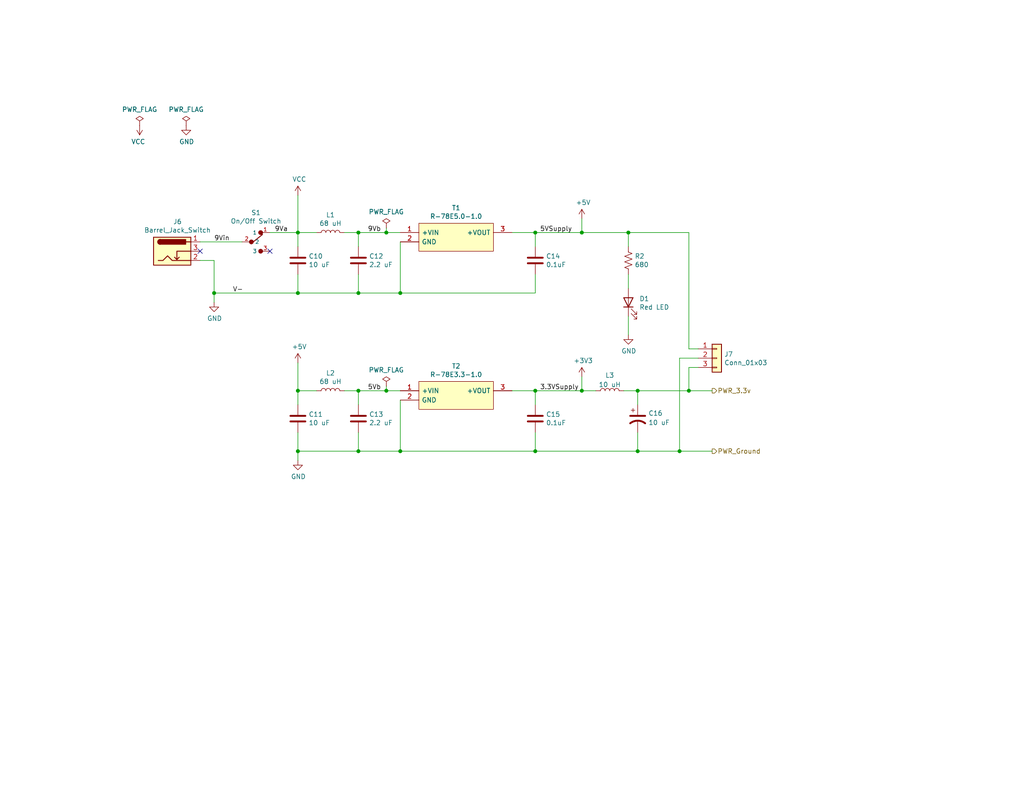
<source format=kicad_sch>
(kicad_sch (version 20211123) (generator eeschema)
  (paper "A")
  (title_block (title "AVR Prototype Board"))
  (lib_symbols
    (symbol "AVR-Prototype-rescue:+3.3V-power" (power) (pin_names (offset 0))
      (property "Value" "+3.3V-power" (at 0 3.556 0))
      (symbol "+3.3V-power_0_1"
        (polyline (pts (xy -0.762 1.27) (xy 0 2.54)))
        (polyline (pts (xy 0 0) (xy 0 2.54)))
        (polyline (pts (xy 0 2.54) (xy 0.762 1.27)))
      )
      (symbol "+3.3V-power_1_1"
        (pin power_in line (at 0 0 90) (length 0) hide (name "+3V3") (number "1"))
      )
    )
    (symbol "AVR-Prototype-rescue:1101M2S3CQE2-BRG_Symbols" (pin_names (offset 1.016))
      (property "Reference" "S" (at 2.54 5.08 0))
      (property "Value" "1101M2S3CQE2-BRG_Symbols" (at 2.54 -5.08 0))
      (symbol "1101M2S3CQE2-BRG_Symbols_0_0"
        (circle (center 0 -0.254) (radius 0.254) (stroke (width 0.254)))
        (polyline (pts (xy 0.508 0) (xy 3.048 2.032)) (stroke (width 0.254)))
        (circle (center 0 0) (radius 0.254) (stroke (width 0.254)))
        (circle (center 0 0) (radius 0.3556) (stroke (width 0.254)))
        (circle (center 0 0) (radius 0.508) (stroke (width 0.254)))
        (circle (center 2.286 2.54) (radius 0.254) (stroke (width 0.254)))
        (circle (center 2.54 -2.794) (radius 0.254) (stroke (width 0.254)))
        (circle (center 2.54 -2.54) (radius 0.254) (stroke (width 0.254)))
        (circle (center 2.54 -2.54) (radius 0.508) (stroke (width 0.254)))
        (circle (center 2.54 2.54) (radius 0.254) (stroke (width 0.254)))
        (circle (center 2.54 2.54) (radius 0.3556) (stroke (width 0.254)))
        (circle (center 2.54 2.54) (radius 0.3556) (stroke (width 0.254)))
        (circle (center 2.54 2.54) (radius 0.508) (stroke (width 0.254)))
        (pin passive line (at 5.08 2.54 180) (length 2.54) (name "1") (number "1"))
        (pin passive line (at -2.54 0 0) (length 2.54) (name "2") (number "2"))
        (pin passive line (at 5.08 -2.54 180) (length 2.54) (name "3") (number "3"))
      )
    )
    (symbol "AVR-Prototype-rescue:R-78E3.3-1.0-BRG_Symbols" (pin_names (offset 0.762))
      (property "Reference" "T" (at 26.67 7.62 0))
      (property "Value" "R-78E3.3-1.0-BRG_Symbols" (at 26.67 5.08 0))
      (symbol "R-78E3.3-1.0-BRG_Symbols_0_0"
        (pin power_in line (at 0 0 0) (length 5.08) (name "+VIN") (number "1"))
        (pin power_in line (at 0 -2.54 0) (length 5.08) (name "GND") (number "2"))
        (pin power_out line (at 30.48 0 180) (length 5.08) (name "+VOUT") (number "3"))
      )
      (symbol "R-78E3.3-1.0-BRG_Symbols_0_1"
        (polyline (pts (xy 5.08 2.54) (xy 25.4 2.54) (xy 25.4 -5.08) (xy 5.08 -5.08) (xy 5.08 2.54)) (stroke (width 0.1524)) (fill (type background)))
      )
    )
    (symbol "AVR-Prototype-rescue:R-78E5.0-1.0-BRG_Symbols" (pin_names (offset 0.762))
      (property "Reference" "T" (at 26.67 7.62 0))
      (property "Value" "R-78E5.0-1.0-BRG_Symbols" (at 26.67 5.08 0))
      (symbol "R-78E5.0-1.0-BRG_Symbols_0_0"
        (pin power_in line (at 0 0 0) (length 5.08) (name "+VIN") (number "1"))
        (pin power_in line (at 0 -2.54 0) (length 5.08) (name "GND") (number "2"))
        (pin power_out line (at 30.48 0 180) (length 5.08) (name "+VOUT") (number "3"))
      )
      (symbol "R-78E5.0-1.0-BRG_Symbols_0_1"
        (polyline (pts (xy 5.08 2.54) (xy 25.4 2.54) (xy 25.4 -5.08) (xy 5.08 -5.08) (xy 5.08 2.54)) (stroke (width 0.1524)) (fill (type background)))
      )
    )
    (symbol "Connector:Barrel_Jack_Switch" (pin_names hide)
      (property "Reference" "J" (at 0 5.334 0))
      (property "Value" "Barrel_Jack_Switch" (at 0 -5.08 0))
      (symbol "Barrel_Jack_Switch_0_1"
        (rectangle (start -5.08 3.81) (end 5.08 -3.81) (stroke (width 0.254)) (fill (type background)))
        (arc (start -3.302 3.175) (mid -3.937 2.54) (end -3.302 1.905) (stroke (width 0.254)))
        (arc (start -3.302 3.175) (mid -3.937 2.54) (end -3.302 1.905) (stroke (width 0.254)) (fill (type outline)))
        (polyline (pts (xy 1.27 -2.286) (xy 1.905 -1.651)) (stroke (width 0.254)))
        (polyline (pts (xy 5.08 2.54) (xy 3.81 2.54)) (stroke (width 0.254)))
        (polyline (pts (xy 5.08 0) (xy 1.27 0) (xy 1.27 -2.286) (xy 0.635 -1.651)) (stroke (width 0.254)))
        (polyline (pts (xy -3.81 -2.54) (xy -2.54 -2.54) (xy -1.27 -1.27) (xy 0 -2.54) (xy 2.54 -2.54) (xy 5.08 -2.54)) (stroke (width 0.254)))
        (rectangle (start 3.683 3.175) (end -3.302 1.905) (stroke (width 0.254)) (fill (type outline)))
      )
      (symbol "Barrel_Jack_Switch_1_1"
        (pin passive line (at 7.62 2.54 180) (length 2.54) (name "~") (number "1"))
        (pin passive line (at 7.62 -2.54 180) (length 2.54) (name "~") (number "2"))
        (pin passive line (at 7.62 0 180) (length 2.54) (name "~") (number "3"))
      )
    )
    (symbol "Connector_Generic:Conn_01x03" (pin_names (offset 1.016) hide)
      (property "Reference" "J" (at 0 5.08 0))
      (property "Value" "Conn_01x03" (at 0 -5.08 0))
      (symbol "Conn_01x03_1_1"
        (rectangle (start -1.27 -2.413) (end 0 -2.667) (stroke (width 0.1524)))
        (rectangle (start -1.27 0.127) (end 0 -0.127) (stroke (width 0.1524)))
        (rectangle (start -1.27 2.667) (end 0 2.413) (stroke (width 0.1524)))
        (rectangle (start -1.27 3.81) (end 1.27 -3.81) (stroke (width 0.254)) (fill (type background)))
        (pin passive line (at -5.08 2.54 0) (length 3.81) (name "Pin_1") (number "1"))
        (pin passive line (at -5.08 0 0) (length 3.81) (name "Pin_2") (number "2"))
        (pin passive line (at -5.08 -2.54 0) (length 3.81) (name "Pin_3") (number "3"))
      )
    )
    (symbol "Device:C" (pin_numbers hide) (pin_names (offset 0.254))
      (property "Reference" "C" (at 0.635 2.54 0))
      (property "Value" "C" (at 0.635 -2.54 0))
      (symbol "C_0_1"
        (polyline (pts (xy -2.032 -0.762) (xy 2.032 -0.762)) (stroke (width 0.508)))
        (polyline (pts (xy -2.032 0.762) (xy 2.032 0.762)) (stroke (width 0.508)))
      )
      (symbol "C_1_1"
        (pin passive line (at 0 3.81 270) (length 2.794) (name "~") (number "1"))
        (pin passive line (at 0 -3.81 90) (length 2.794) (name "~") (number "2"))
      )
    )
    (symbol "Device:C_Polarized_US" (pin_numbers hide) (pin_names (offset 0.254) hide)
      (property "Reference" "C" (at 0.635 2.54 0))
      (property "Value" "C_Polarized_US" (at 0.635 -2.54 0))
      (symbol "C_Polarized_US_0_1"
        (polyline (pts (xy -2.032 0.762) (xy 2.032 0.762)) (stroke (width 0.508)))
        (polyline (pts (xy -1.778 2.286) (xy -0.762 2.286)))
        (polyline (pts (xy -1.27 1.778) (xy -1.27 2.794)))
        (arc (start 2.032 -1.27) (mid 0 -0.5572) (end -2.032 -1.27) (stroke (width 0.508)))
      )
      (symbol "C_Polarized_US_1_1"
        (pin passive line (at 0 3.81 270) (length 2.794) (name "~") (number "1"))
        (pin passive line (at 0 -3.81 90) (length 3.302) (name "~") (number "2"))
      )
    )
    (symbol "Device:L" (pin_numbers hide) (pin_names (offset 1.016) hide)
      (property "Reference" "L" (at -1.27 0 90))
      (property "Value" "L" (at 1.905 0 90))
      (symbol "L_0_1"
        (arc (start 0 -2.54) (mid 0.635 -1.905) (end 0 -1.27))
        (arc (start 0 -1.27) (mid 0.635 -0.635) (end 0 0))
        (arc (start 0 0) (mid 0.635 0.635) (end 0 1.27))
        (arc (start 0 1.27) (mid 0.635 1.905) (end 0 2.54))
      )
      (symbol "L_1_1"
        (pin passive line (at 0 3.81 270) (length 1.27) (name "1") (number "1"))
        (pin passive line (at 0 -3.81 90) (length 1.27) (name "2") (number "2"))
      )
    )
    (symbol "Device:LED" (pin_numbers hide) (pin_names (offset 1.016) hide)
      (property "Reference" "D" (at 0 2.54 0))
      (property "Value" "LED" (at 0 -2.54 0))
      (symbol "LED_0_1"
        (polyline (pts (xy -1.27 -1.27) (xy -1.27 1.27)) (stroke (width 0.254)))
        (polyline (pts (xy -1.27 0) (xy 1.27 0)))
        (polyline (pts (xy 1.27 -1.27) (xy 1.27 1.27) (xy -1.27 0) (xy 1.27 -1.27)) (stroke (width 0.254)))
        (polyline (pts (xy -3.048 -0.762) (xy -4.572 -2.286) (xy -3.81 -2.286) (xy -4.572 -2.286) (xy -4.572 -1.524)))
        (polyline (pts (xy -1.778 -0.762) (xy -3.302 -2.286) (xy -2.54 -2.286) (xy -3.302 -2.286) (xy -3.302 -1.524)))
      )
      (symbol "LED_1_1"
        (pin passive line (at -3.81 0 0) (length 2.54) (name "K") (number "1"))
        (pin passive line (at 3.81 0 180) (length 2.54) (name "A") (number "2"))
      )
    )
    (symbol "Device:R_US" (pin_numbers hide) (pin_names (offset 0))
      (property "Reference" "R" (at 2.54 0 90))
      (property "Value" "R_US" (at -2.54 0 90))
      (symbol "R_US_0_1"
        (polyline (pts (xy 0 -2.286) (xy 0 -2.54)))
        (polyline (pts (xy 0 2.286) (xy 0 2.54)))
        (polyline (pts (xy 0 -0.762) (xy 1.016 -1.143) (xy 0 -1.524) (xy -1.016 -1.905) (xy 0 -2.286)))
        (polyline (pts (xy 0 0.762) (xy 1.016 0.381) (xy 0 0) (xy -1.016 -0.381) (xy 0 -0.762)))
        (polyline (pts (xy 0 2.286) (xy 1.016 1.905) (xy 0 1.524) (xy -1.016 1.143) (xy 0 0.762)))
      )
      (symbol "R_US_1_1"
        (pin passive line (at 0 3.81 270) (length 1.27) (name "~") (number "1"))
        (pin passive line (at 0 -3.81 90) (length 1.27) (name "~") (number "2"))
      )
    )
    (symbol "power:+5V" (power) (pin_names (offset 0))
      (property "Value" "+5V" (at 0 3.556 0))
      (symbol "+5V_0_1"
        (polyline (pts (xy -0.762 1.27) (xy 0 2.54)))
        (polyline (pts (xy 0 0) (xy 0 2.54)))
        (polyline (pts (xy 0 2.54) (xy 0.762 1.27)))
      )
      (symbol "+5V_1_1"
        (pin power_in line (at 0 0 90) (length 0) hide (name "+5V") (number "1"))
      )
    )
    (symbol "power:GND" (power) (pin_names (offset 0))
      (property "Value" "GND" (at 0 -3.81 0))
      (symbol "GND_0_1"
        (polyline (pts (xy 0 0) (xy 0 -1.27) (xy 1.27 -1.27) (xy 0 -2.54) (xy -1.27 -1.27) (xy 0 -1.27)))
      )
      (symbol "GND_1_1"
        (pin power_in line (at 0 0 270) (length 0) hide (name "GND") (number "1"))
      )
    )
    (symbol "power:PWR_FLAG" (power) (pin_numbers hide) (pin_names (offset 0) hide)
      (property "Value" "PWR_FLAG" (at 0 3.81 0))
      (symbol "PWR_FLAG_0_0"
        (pin power_out line (at 0 0 90) (length 0) (name "pwr") (number "1"))
      )
      (symbol "PWR_FLAG_0_1"
        (polyline (pts (xy 0 0) (xy 0 1.27) (xy -1.016 1.905) (xy 0 2.54) (xy 1.016 1.905) (xy 0 1.27)))
      )
    )
    (symbol "power:VCC" (power) (pin_names (offset 0))
      (property "Value" "VCC" (at 0 3.81 0))
      (symbol "VCC_0_1"
        (polyline (pts (xy -0.762 1.27) (xy 0 2.54)))
        (polyline (pts (xy 0 0) (xy 0 2.54)))
        (polyline (pts (xy 0 2.54) (xy 0.762 1.27)))
      )
      (symbol "VCC_1_1"
        (pin power_in line (at 0 0 90) (length 0) hide (name "VCC") (number "1"))
      )
    )
  )
  (junction (at 81.28 123.19))
  (junction (at 185.42 123.19))
  (junction (at 146.05 106.68))
  (junction (at 173.99 106.68))
  (junction (at 187.96 106.68))
  (junction (at 158.75 63.5))
  (junction (at 173.99 123.19))
  (junction (at 109.22 123.19))
  (junction (at 81.28 80.01))
  (junction (at 146.05 123.19))
  (junction (at 171.45 63.5))
  (junction (at 158.75 106.68))
  (junction (at 97.79 123.19))
  (junction (at 81.28 106.68))
  (junction (at 81.28 63.5))
  (junction (at 97.79 63.5))
  (junction (at 105.41 63.5))
  (junction (at 97.79 80.01))
  (junction (at 105.41 106.68))
  (junction (at 58.42 80.01))
  (junction (at 146.05 63.5))
  (junction (at 109.22 80.01))
  (junction (at 97.79 106.68))
  (no_connect (at 54.61 68.58))
  (no_connect (at 73.66 68.58))
  (wire (pts (xy 139.7 63.5) (xy 146.05 63.5)))
  (wire (pts (xy 58.42 71.12) (xy 58.42 80.01)))
  (wire (pts (xy 158.75 106.68) (xy 162.56 106.68)))
  (wire (pts (xy 97.79 110.49) (xy 97.79 106.68)))
  (wire (pts (xy 86.36 106.68) (xy 81.28 106.68)))
  (wire (pts (xy 146.05 118.11) (xy 146.05 123.19)))
  (wire (pts (xy 171.45 63.5) (xy 171.45 67.31)))
  (wire (pts (xy 146.05 123.19) (xy 173.99 123.19)))
  (wire (pts (xy 105.41 63.5) (xy 109.22 63.5)))
  (wire (pts (xy 185.42 97.79) (xy 190.5 97.79)))
  (wire (pts (xy 81.28 125.73) (xy 81.28 123.19)))
  (wire (pts (xy 171.45 74.93) (xy 171.45 78.74)))
  (wire (pts (xy 97.79 67.31) (xy 97.79 63.5)))
  (wire (pts (xy 58.42 80.01) (xy 58.42 82.55)))
  (wire (pts (xy 187.96 95.25) (xy 190.5 95.25)))
  (wire (pts (xy 81.28 106.68) (xy 81.28 110.49)))
  (wire (pts (xy 171.45 63.5) (xy 187.96 63.5)))
  (wire (pts (xy 146.05 63.5) (xy 146.05 67.31)))
  (wire (pts (xy 173.99 123.19) (xy 185.42 123.19)))
  (wire (pts (xy 81.28 74.93) (xy 81.28 80.01)))
  (wire (pts (xy 109.22 66.04) (xy 109.22 80.01)))
  (wire (pts (xy 93.98 106.68) (xy 97.79 106.68)))
  (wire (pts (xy 81.28 123.19) (xy 97.79 123.19)))
  (wire (pts (xy 146.05 106.68) (xy 146.05 110.49)))
  (wire (pts (xy 139.7 106.68) (xy 146.05 106.68)))
  (wire (pts (xy 97.79 80.01) (xy 81.28 80.01)))
  (wire (pts (xy 185.42 123.19) (xy 185.42 97.79)))
  (wire (pts (xy 97.79 80.01) (xy 109.22 80.01)))
  (wire (pts (xy 97.79 63.5) (xy 105.41 63.5)))
  (wire (pts (xy 97.79 123.19) (xy 109.22 123.19)))
  (wire (pts (xy 54.61 66.04) (xy 66.04 66.04)))
  (wire (pts (xy 54.61 71.12) (xy 58.42 71.12)))
  (wire (pts (xy 173.99 118.11) (xy 173.99 123.19)))
  (wire (pts (xy 97.79 74.93) (xy 97.79 80.01)))
  (wire (pts (xy 105.41 106.68) (xy 109.22 106.68)))
  (wire (pts (xy 187.96 63.5) (xy 187.96 95.25)))
  (wire (pts (xy 105.41 105.41) (xy 105.41 106.68)))
  (wire (pts (xy 187.96 106.68) (xy 187.96 100.33)))
  (wire (pts (xy 97.79 118.11) (xy 97.79 123.19)))
  (wire (pts (xy 73.66 63.5) (xy 81.28 63.5)))
  (wire (pts (xy 81.28 53.34) (xy 81.28 63.5)))
  (wire (pts (xy 187.96 100.33) (xy 190.5 100.33)))
  (wire (pts (xy 173.99 106.68) (xy 173.99 110.49)))
  (wire (pts (xy 187.96 106.68) (xy 194.31 106.68)))
  (wire (pts (xy 109.22 109.22) (xy 109.22 123.19)))
  (wire (pts (xy 109.22 80.01) (xy 146.05 80.01)))
  (wire (pts (xy 105.41 62.23) (xy 105.41 63.5)))
  (wire (pts (xy 81.28 118.11) (xy 81.28 123.19)))
  (wire (pts (xy 97.79 106.68) (xy 105.41 106.68)))
  (wire (pts (xy 146.05 74.93) (xy 146.05 80.01)))
  (wire (pts (xy 158.75 59.69) (xy 158.75 63.5)))
  (wire (pts (xy 93.98 63.5) (xy 97.79 63.5)))
  (wire (pts (xy 158.75 63.5) (xy 171.45 63.5)))
  (wire (pts (xy 81.28 99.06) (xy 81.28 106.68)))
  (wire (pts (xy 109.22 123.19) (xy 146.05 123.19)))
  (wire (pts (xy 173.99 106.68) (xy 187.96 106.68)))
  (wire (pts (xy 171.45 86.36) (xy 171.45 91.44)))
  (wire (pts (xy 185.42 123.19) (xy 194.31 123.19)))
  (wire (pts (xy 81.28 63.5) (xy 86.36 63.5)))
  (wire (pts (xy 170.18 106.68) (xy 173.99 106.68)))
  (wire (pts (xy 146.05 106.68) (xy 158.75 106.68)))
  (wire (pts (xy 158.75 106.68) (xy 158.75 102.87)))
  (wire (pts (xy 146.05 63.5) (xy 158.75 63.5)))
  (wire (pts (xy 81.28 80.01) (xy 58.42 80.01)))
  (wire (pts (xy 81.28 67.31) (xy 81.28 63.5)))
  (label "9Va" (at 74.93 63.5 0))
  (label "V-" (at 63.5 80.01 0))
  (label "5VSupply" (at 147.32 63.5 0))
  (label "9Vb" (at 100.33 63.5 0))
  (label "9Vin" (at 58.42 66.04 0))
  (label "5Vb" (at 100.33 106.68 0))
  (label "3.3VSupply" (at 147.32 106.68 0))
  (hierarchical_label "PWR_3.3v" (shape output) (at 194.31 106.68 0))
  (hierarchical_label "PWR_Ground" (shape output) (at 194.31 123.19 0))
  (symbol (lib_id "power:PWR_FLAG") (at 38.1 34.29 0) (unit 1)
    (property "Reference" "#FLG07" (effects hide))
    (property "Value" "PWR_FLAG" (at 38.1 29.8958 0))
  )
  (symbol (lib_id "power:PWR_FLAG") (at 50.8 34.29 0) (unit 1)
    (property "Reference" "#FLG08" (effects hide))
    (property "Value" "PWR_FLAG" (at 50.8 29.8958 0))
  )
  (symbol (lib_id "power:VCC") (at 38.1 34.29 180) (unit 1)
    (property "Reference" "#PWR010" (effects hide))
    (property "Value" "VCC" (at 37.719 38.6842 0))
  )
  (symbol (lib_id "power:GND") (at 50.8 34.29 0) (unit 1)
    (property "Reference" "#PWR011" (effects hide))
    (property "Value" "GND" (at 50.927 38.6842 0))
  )
  (symbol (lib_id "power:GND") (at 58.42 82.55 0) (unit 1)
    (property "Reference" "#PWR012" (effects hide))
    (property "Value" "GND" (at 58.547 86.9442 0))
  )
  (symbol (lib_id "power:VCC") (at 81.28 53.34 0) (unit 1)
    (property "Reference" "#PWR013" (effects hide))
    (property "Value" "VCC" (at 81.661 48.9458 0))
  )
  (symbol (lib_id "Device:C") (at 81.28 71.12 0) (unit 1)
    (property "Reference" "C10" (at 84.201 69.9516 0) (effects (justify left)))
    (property "Value" "10 uF" (at 84.201 72.263 0) (effects (justify left)))
    (property "Footprint" "Capacitor_THT:C_Rect_L13.5mm_W5.0mm_P10.00mm_FKS3_FKP3_MKS4" (effects hide))
    (property "Manufacturer_Part_Number" "KTD101B106M80A0B" (effects hide))
    (property "Mouser Part Number" "810-CGA9N3X7S2A106KS" (effects hide))
  )
  (symbol (lib_id "Device:C") (at 97.79 71.12 0) (unit 1)
    (property "Reference" "C12" (at 100.711 69.9516 0) (effects (justify left)))
    (property "Value" "2.2 uF" (at 100.711 72.263 0) (effects (justify left)))
    (property "Footprint" "Capacitor_SMD:C_0805_2012Metric_Pad1.18x1.45mm_HandSolder" (effects hide))
    (property "Manufacturer_Part_Number" "CGA4J1X8L1V225K125AC" (effects hide))
    (property "Mouser Part Number" "81-GRM21BD72A225KE01L" (effects hide))
  )
  (symbol (lib_id "AVR-Prototype-rescue:R-78E5.0-1.0-BRG_Symbols") (at 109.22 63.5 0) (unit 1)
    (property "Reference" "T1" (at 124.46 56.769 0))
    (property "Value" "R-78E5.0-1.0" (at 124.46 59.0804 0))
    (property "Footprint" "BRG_Footprints:R-78E5.0-1.0" (effects hide))
    (property "Datasheet" "http://www.recom-power.com/pdf/Innoline/R-78Exx-1.0.pdf" (effects hide))
    (property "Description" "Non-Isolated DC/DC Converters 8-28Vin 5V 1.0A THRU" (effects hide))
    (property "Manufacturer_Name" "RECOM Power" (effects hide))
    (property "Manufacturer_Part_Number" "R-78E5.0-1.0" (effects hide))
    (property "Mouser Part Number" "919-R-78E5.0-1.0" (effects hide))
    (property "Mouser Price/Stock" "https://www.mouser.com/Search/Refine.aspx?Keyword=919-R-78E5.0-1.0" (effects hide))
    (property "RS Part Number" "1446290P" (effects hide))
    (property "RS Price/Stock" "http://uk.rs-online.com/web/p/products/1446290P" (effects hide))
  )
  (symbol (lib_id "Device:C") (at 146.05 71.12 0) (unit 1)
    (property "Reference" "C14" (at 148.971 69.9516 0) (effects (justify left)))
    (property "Value" "0.1uF" (at 148.971 72.263 0) (effects (justify left)))
    (property "Footprint" "Capacitor_SMD:C_0805_2012Metric_Pad1.18x1.45mm_HandSolder" (effects hide))
    (property "Manufacturer_Part_Number" "C0805C104J5RAUTO" (effects hide))
    (property "Mouser Part Number" "80-C0805C104J5RAUTO" (effects hide))
  )
  (symbol (lib_id "power:+5V") (at 158.75 59.69 0) (unit 1)
    (property "Reference" "#PWR016" (effects hide))
    (property "Value" "+5V" (at 159.131 55.2958 0))
  )
  (symbol (lib_id "AVR-Prototype-rescue:1101M2S3CQE2-BRG_Symbols") (at 68.58 66.04 0) (unit 1)
    (property "Reference" "S1" (at 69.85 58.0644 0))
    (property "Value" "On/Off Switch" (at 69.85 60.3758 0))
    (property "Footprint" "BRG_Footprints:SW_1101M2S3CQE2" (effects hide))
    (property "MF" "C&K" (effects hide))
    (property "MP" "1101M2S3CQE2" (effects hide))
    (property "Description" "SPDT Slide Switch" (effects hide))
    (property "Package" "None" (effects hide))
    (property "Mouser Part Number" "611-1101M2S3CQE2" (effects hide))
    (property "Manufacturer_Part_Number" "1101M2S3CQE2" (effects hide))
  )
  (symbol (lib_id "Device:R_US") (at 171.45 71.12 0) (unit 1)
    (property "Reference" "R2" (at 173.1772 69.9516 0) (effects (justify left)))
    (property "Value" "680" (at 173.1772 72.263 0) (effects (justify left)))
    (property "Footprint" "Resistor_SMD:R_0805_2012Metric_Pad1.20x1.40mm_HandSolder" (effects hide))
    (property "Manufacturer_Part_Number" "RC0805FR-13680RL" (effects hide))
    (property "Mouser Part Number" "603-RC0805FR-13680RL" (effects hide))
  )
  (symbol (lib_id "Device:LED") (at 171.45 82.55 90) (unit 1)
    (property "Reference" "D1" (at 174.4472 81.5594 90) (effects (justify right)))
    (property "Value" "Red LED" (at 174.4472 83.8708 90) (effects (justify right)))
    (property "Footprint" "LED_THT:LED_D3.0mm" (effects hide))
    (property "Manufacturer_Part_Number" "TLHK46Q1R2" (effects hide))
    (property "Mouser Part Number" "78-TLHK46Q1R2" (effects hide))
  )
  (symbol (lib_id "power:GND") (at 171.45 91.44 0) (unit 1)
    (property "Reference" "#PWR018" (effects hide))
    (property "Value" "GND" (at 171.577 95.8342 0))
  )
  (symbol (lib_id "Device:C") (at 81.28 114.3 0) (unit 1)
    (property "Reference" "C11" (at 84.201 113.1316 0) (effects (justify left)))
    (property "Value" "10 uF" (at 84.201 115.443 0) (effects (justify left)))
    (property "Footprint" "Capacitor_THT:C_Rect_L13.5mm_W5.0mm_P10.00mm_FKS3_FKP3_MKS4" (effects hide))
    (property "Manufacturer_Part_Number" "KTD101B106M80A0B" (effects hide))
    (property "Mouser Part Number" "810-CGA9N3X7S2A106KS" (effects hide))
  )
  (symbol (lib_id "Device:C") (at 97.79 114.3 0) (unit 1)
    (property "Reference" "C13" (at 100.711 113.1316 0) (effects (justify left)))
    (property "Value" "2.2 uF" (at 100.711 115.443 0) (effects (justify left)))
    (property "Footprint" "Capacitor_SMD:C_0805_2012Metric_Pad1.18x1.45mm_HandSolder" (effects hide))
    (property "Manufacturer_Part_Number" "CGA4J1X8L1V225K125AC" (effects hide))
    (property "Mouser Part Number" "81-GRM21BD72A225KE01L" (effects hide))
  )
  (symbol (lib_id "Device:C") (at 146.05 114.3 0) (unit 1)
    (property "Reference" "C15" (at 148.971 113.1316 0) (effects (justify left)))
    (property "Value" "0.1uF" (at 148.971 115.443 0) (effects (justify left)))
    (property "Footprint" "Capacitor_SMD:C_0805_2012Metric_Pad1.18x1.45mm_HandSolder" (effects hide))
    (property "Manufacturer_Part_Number" "C0805C104J5RAUTO" (effects hide))
    (property "Mouser Part Number" "80-C0805C104J5RAUTO" (effects hide))
  )
  (symbol (lib_id "AVR-Prototype-rescue:+3.3V-power") (at 158.75 102.87 0) (unit 1)
    (property "Reference" "#PWR017" (effects hide))
    (property "Value" "+3.3V" (at 159.131 98.4758 0))
  )
  (symbol (lib_id "AVR-Prototype-rescue:R-78E3.3-1.0-BRG_Symbols") (at 109.22 106.68 0) (unit 1)
    (property "Reference" "T2" (at 124.46 99.949 0))
    (property "Value" "R-78E3.3-1.0" (at 124.46 102.2604 0))
    (property "Footprint" "BRG_Footprints:R-78E3.3-1.0" (effects hide))
    (property "Datasheet" "http://www.recom-power.com/pdf/Innoline/R-78Exx-1.0.pdf" (effects hide))
    (property "Description" "Non-Isolated DC/DC Converters 8-28Vin 3.3V 1.0A THRU" (effects hide))
    (property "Manufacturer_Name" "RECOM Power" (effects hide))
    (property "Manufacturer_Part_Number" "R-78E3.3-1.0" (effects hide))
    (property "Mouser Part Number" "919-R-78E3.3-1.0" (effects hide))
    (property "Mouser Price/Stock" "https://www.mouser.com/Search/Refine.aspx?Keyword=919-R-78E3.3-1.0" (effects hide))
  )
  (symbol (lib_id "power:+5V") (at 81.28 99.06 0) (unit 1)
    (property "Reference" "#PWR014" (effects hide))
    (property "Value" "+5V" (at 81.661 94.6658 0))
  )
  (symbol (lib_id "power:GND") (at 81.28 125.73 0) (unit 1)
    (property "Reference" "#PWR015" (effects hide))
    (property "Value" "GND" (at 81.407 130.1242 0))
  )
  (symbol (lib_id "Connector_Generic:Conn_01x03") (at 195.58 97.79 0) (unit 1)
    (property "Reference" "J7" (at 197.612 96.7232 0) (effects (justify left)))
    (property "Value" "Conn_01x03" (at 197.612 99.0346 0) (effects (justify left)))
    (property "Footprint" "Connector_PinHeader_2.54mm:PinHeader_1x03_P2.54mm_Vertical" (effects hide))
  )
  (symbol (lib_id "Connector:Barrel_Jack_Switch") (at 46.99 68.58 0) (unit 1)
    (property "Reference" "J6" (at 48.4378 60.5282 0))
    (property "Value" "Barrel_Jack_Switch" (at 48.4378 62.8396 0))
    (property "Footprint" "BRG_Footprints:PJ-102AH" (effects hide))
    (property "Manufacturer_Part_Number" "PJ-102AH" (effects hide))
    (property "Mouser Part Number" "490-PJ-102AH" (effects hide))
  )
  (symbol (lib_id "Device:L") (at 90.17 63.5 90) (unit 1)
    (property "Reference" "L1" (at 90.17 58.674 90))
    (property "Value" "68 uH" (at 90.17 60.9854 90))
    (property "Footprint" "Inductor_SMD:L_Taiyo-Yuden_NR-60xx_HandSoldering" (effects hide))
    (property "Manufacturer_Part_Number" "NR5040T6R8M" (effects hide))
    (property "Mouser Part Number" "963-NRS6012T680MMGJ" (effects hide))
  )
  (symbol (lib_id "Device:L") (at 90.17 106.68 90) (unit 1)
    (property "Reference" "L2" (at 90.17 101.854 90))
    (property "Value" "68 uH" (at 90.17 104.1654 90))
    (property "Footprint" "Inductor_SMD:L_Taiyo-Yuden_NR-60xx_HandSoldering" (effects hide))
    (property "Manufacturer_Part_Number" "NR5040T6R8M" (effects hide))
    (property "Mouser Part Number" "963-NRS6012T680MMGJ" (effects hide))
  )
  (symbol (lib_id "power:PWR_FLAG") (at 105.41 62.23 0) (unit 1)
    (property "Reference" "#FLG09" (effects hide))
    (property "Value" "PWR_FLAG" (at 105.41 57.8358 0))
  )
  (symbol (lib_id "power:PWR_FLAG") (at 105.41 105.41 0) (unit 1)
    (property "Reference" "#FLG010" (effects hide))
    (property "Value" "PWR_FLAG" (at 105.41 101.0158 0))
  )
  (symbol (lib_id "Device:C_Polarized_US") (at 173.99 114.3 0) (unit 1)
    (property "Reference" "C16" (at 176.911 112.8303 0) (effects (justify left)))
    (property "Value" "10 uF" (at 176.911 115.3672 0) (effects (justify left)))
    (property "Footprint" "Capacitor_THT:C_Radial_D6.3mm_H11.0mm_P2.50mm" (effects hide))
    (property "Mouser Part Number" "80-ESK106M100AE3EA" (effects hide))
  )
  (symbol (lib_id "Device:L") (at 166.37 106.68 90) (unit 1)
    (property "Reference" "L3" (at 166.37 102.4722 90))
    (property "Value" "10 uH" (at 166.37 105.0091 90))
    (property "Footprint" "BRG_Footprints:SBT0210" (effects hide))
    (property "Mouser Part Number" "80-SBT-0210" (effects hide))
  )
)
</source>
